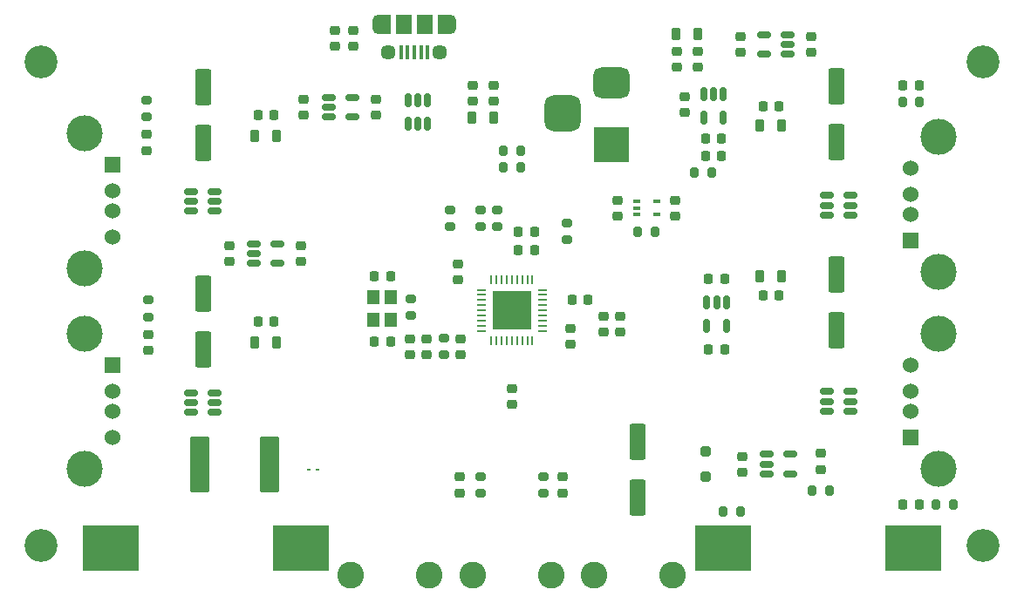
<source format=gbr>
%TF.GenerationSoftware,KiCad,Pcbnew,8.0.1-rc1*%
%TF.CreationDate,2024-04-25T22:15:10-05:00*%
%TF.ProjectId,USB-HUB,5553422d-4855-4422-9e6b-696361645f70,rev?*%
%TF.SameCoordinates,PXa983cd0PYa38e500*%
%TF.FileFunction,Soldermask,Top*%
%TF.FilePolarity,Negative*%
%FSLAX46Y46*%
G04 Gerber Fmt 4.6, Leading zero omitted, Abs format (unit mm)*
G04 Created by KiCad (PCBNEW 8.0.1-rc1) date 2024-04-25 22:15:10*
%MOMM*%
%LPD*%
G01*
G04 APERTURE LIST*
G04 Aperture macros list*
%AMRoundRect*
0 Rectangle with rounded corners*
0 $1 Rounding radius*
0 $2 $3 $4 $5 $6 $7 $8 $9 X,Y pos of 4 corners*
0 Add a 4 corners polygon primitive as box body*
4,1,4,$2,$3,$4,$5,$6,$7,$8,$9,$2,$3,0*
0 Add four circle primitives for the rounded corners*
1,1,$1+$1,$2,$3*
1,1,$1+$1,$4,$5*
1,1,$1+$1,$6,$7*
1,1,$1+$1,$8,$9*
0 Add four rect primitives between the rounded corners*
20,1,$1+$1,$2,$3,$4,$5,0*
20,1,$1+$1,$4,$5,$6,$7,0*
20,1,$1+$1,$6,$7,$8,$9,0*
20,1,$1+$1,$8,$9,$2,$3,0*%
G04 Aperture macros list end*
%ADD10RoundRect,0.225000X-0.225000X-0.250000X0.225000X-0.250000X0.225000X0.250000X-0.225000X0.250000X0*%
%ADD11RoundRect,0.250000X0.712500X2.475000X-0.712500X2.475000X-0.712500X-2.475000X0.712500X-2.475000X0*%
%ADD12RoundRect,0.200000X-0.200000X-0.275000X0.200000X-0.275000X0.200000X0.275000X-0.200000X0.275000X0*%
%ADD13RoundRect,0.218750X0.218750X0.381250X-0.218750X0.381250X-0.218750X-0.381250X0.218750X-0.381250X0*%
%ADD14RoundRect,0.225000X-0.250000X0.225000X-0.250000X-0.225000X0.250000X-0.225000X0.250000X0.225000X0*%
%ADD15RoundRect,0.200000X0.200000X0.275000X-0.200000X0.275000X-0.200000X-0.275000X0.200000X-0.275000X0*%
%ADD16R,5.500000X4.500000*%
%ADD17RoundRect,0.150000X0.512500X0.150000X-0.512500X0.150000X-0.512500X-0.150000X0.512500X-0.150000X0*%
%ADD18RoundRect,0.250000X-0.550000X1.500000X-0.550000X-1.500000X0.550000X-1.500000X0.550000X1.500000X0*%
%ADD19R,1.524000X1.524000*%
%ADD20C,1.524000*%
%ADD21C,3.500000*%
%ADD22RoundRect,0.225000X0.250000X-0.225000X0.250000X0.225000X-0.250000X0.225000X-0.250000X-0.225000X0*%
%ADD23RoundRect,0.218750X-0.218750X-0.256250X0.218750X-0.256250X0.218750X0.256250X-0.218750X0.256250X0*%
%ADD24C,3.200000*%
%ADD25RoundRect,0.225000X0.225000X0.250000X-0.225000X0.250000X-0.225000X-0.250000X0.225000X-0.250000X0*%
%ADD26RoundRect,0.150000X-0.150000X0.512500X-0.150000X-0.512500X0.150000X-0.512500X0.150000X0.512500X0*%
%ADD27C,2.600000*%
%ADD28RoundRect,0.218750X-0.218750X-0.381250X0.218750X-0.381250X0.218750X0.381250X-0.218750X0.381250X0*%
%ADD29RoundRect,0.200000X0.275000X-0.200000X0.275000X0.200000X-0.275000X0.200000X-0.275000X-0.200000X0*%
%ADD30RoundRect,0.218750X-0.256250X0.218750X-0.256250X-0.218750X0.256250X-0.218750X0.256250X0.218750X0*%
%ADD31RoundRect,0.150000X-0.512500X-0.150000X0.512500X-0.150000X0.512500X0.150000X-0.512500X0.150000X0*%
%ADD32RoundRect,0.218750X0.218750X0.256250X-0.218750X0.256250X-0.218750X-0.256250X0.218750X-0.256250X0*%
%ADD33RoundRect,0.200000X-0.275000X0.200000X-0.275000X-0.200000X0.275000X-0.200000X0.275000X0.200000X0*%
%ADD34RoundRect,0.062500X0.117500X0.062500X-0.117500X0.062500X-0.117500X-0.062500X0.117500X-0.062500X0*%
%ADD35RoundRect,0.250000X0.550000X-1.500000X0.550000X1.500000X-0.550000X1.500000X-0.550000X-1.500000X0*%
%ADD36R,0.650000X0.400000*%
%ADD37R,3.500000X3.500000*%
%ADD38RoundRect,0.750000X-1.000000X0.750000X-1.000000X-0.750000X1.000000X-0.750000X1.000000X0.750000X0*%
%ADD39RoundRect,0.875000X-0.875000X0.875000X-0.875000X-0.875000X0.875000X-0.875000X0.875000X0.875000X0*%
%ADD40RoundRect,0.150000X0.150000X-0.512500X0.150000X0.512500X-0.150000X0.512500X-0.150000X-0.512500X0*%
%ADD41R,0.400000X1.350000*%
%ADD42O,1.200000X1.900000*%
%ADD43R,1.200000X1.900000*%
%ADD44C,1.450000*%
%ADD45R,1.500000X1.900000*%
%ADD46RoundRect,0.250000X-0.250000X0.250000X-0.250000X-0.250000X0.250000X-0.250000X0.250000X0.250000X0*%
%ADD47R,1.200000X1.400000*%
%ADD48RoundRect,0.062500X0.062500X-0.350000X0.062500X0.350000X-0.062500X0.350000X-0.062500X-0.350000X0*%
%ADD49RoundRect,0.062500X0.350000X-0.062500X0.350000X0.062500X-0.350000X0.062500X-0.350000X-0.062500X0*%
%ADD50R,3.700000X3.700000*%
G04 APERTURE END LIST*
D10*
%TO.C,C31*%
X75221800Y29387800D03*
X76771800Y29387800D03*
%TD*%
D11*
%TO.C,F1*%
X27314300Y13004800D03*
X20539300Y13004800D03*
%TD*%
D12*
%TO.C,R15*%
X79997800Y10464800D03*
X81647800Y10464800D03*
%TD*%
D13*
%TO.C,FB3*%
X28037300Y24815800D03*
X25912300Y24815800D03*
%TD*%
D14*
%TO.C,C36*%
X66691300Y38654800D03*
X66691300Y37104800D03*
%TD*%
D15*
%TO.C,R13*%
X51675800Y43484800D03*
X50025800Y43484800D03*
%TD*%
D14*
%TO.C,C37*%
X61103300Y38654800D03*
X61103300Y37104800D03*
%TD*%
D16*
%TO.C,SW1*%
X11886800Y4876800D03*
X30386800Y4876800D03*
%TD*%
D14*
%TO.C,C21*%
X37642800Y48450800D03*
X37642800Y46900800D03*
%TD*%
D17*
%TO.C,D8*%
X22016300Y18023800D03*
X22016300Y18973800D03*
X22016300Y19923800D03*
X19741300Y19923800D03*
X19741300Y18973800D03*
X19741300Y18023800D03*
%TD*%
D18*
%TO.C,C32*%
X82346800Y31452800D03*
X82346800Y26052800D03*
%TD*%
D19*
%TO.C,J3*%
X12128300Y22600800D03*
D20*
X12128300Y20100800D03*
X12128300Y18100800D03*
X12128300Y15600800D03*
D21*
X9418300Y25670800D03*
X9418300Y12530800D03*
%TD*%
D22*
%TO.C,C28*%
X73075800Y52996800D03*
X73075800Y54546800D03*
%TD*%
D23*
%TO.C,D1*%
X69621300Y42976800D03*
X71196300Y42976800D03*
%TD*%
D14*
%TO.C,C40*%
X80822800Y14046800D03*
X80822800Y12496800D03*
%TD*%
D15*
%TO.C,R16*%
X73011800Y8432800D03*
X71361800Y8432800D03*
%TD*%
%TO.C,R11*%
X93687300Y9067800D03*
X92037300Y9067800D03*
%TD*%
D24*
%TO.C,H1*%
X5130800Y52120800D03*
%TD*%
D25*
%TO.C,C1*%
X39052800Y24942800D03*
X37502800Y24942800D03*
%TD*%
D22*
%TO.C,C2*%
X67614800Y47154800D03*
X67614800Y48704800D03*
%TD*%
D26*
%TO.C,U1*%
X71358800Y48940300D03*
X70408800Y48940300D03*
X69458800Y48940300D03*
X69458800Y46665300D03*
X71358800Y46665300D03*
%TD*%
D12*
%TO.C,R12*%
X88760800Y48183800D03*
X90410800Y48183800D03*
%TD*%
D17*
%TO.C,LS4*%
X77642300Y52821800D03*
X77642300Y53771800D03*
X77642300Y54721800D03*
X75367300Y54721800D03*
X75367300Y52821800D03*
%TD*%
D22*
%TO.C,C10*%
X45643800Y30898800D03*
X45643800Y32448800D03*
%TD*%
D14*
%TO.C,C14*%
X42595800Y25209800D03*
X42595800Y23659800D03*
%TD*%
%TO.C,C35*%
X33705800Y55181800D03*
X33705800Y53631800D03*
%TD*%
D22*
%TO.C,C9*%
X56565800Y24675800D03*
X56565800Y26225800D03*
%TD*%
D27*
%TO.C,TP3*%
X47040800Y2209800D03*
X54660800Y2209800D03*
%TD*%
D10*
%TO.C,C7*%
X51472800Y35610800D03*
X53022800Y35610800D03*
%TD*%
D28*
%TO.C,FB5*%
X74934300Y45897800D03*
X77059300Y45897800D03*
%TD*%
D29*
%TO.C,R18*%
X47802800Y10147800D03*
X47802800Y11797800D03*
%TD*%
D30*
%TO.C,D4*%
X15417800Y45034300D03*
X15417800Y43459300D03*
%TD*%
D22*
%TO.C,C27*%
X79933800Y52996800D03*
X79933800Y54546800D03*
%TD*%
D12*
%TO.C,R14*%
X50025800Y41833800D03*
X51675800Y41833800D03*
%TD*%
D28*
%TO.C,FB4*%
X74934300Y31292800D03*
X77059300Y31292800D03*
%TD*%
D31*
%TO.C,LS2*%
X25837300Y34401800D03*
X25837300Y33451800D03*
X25837300Y32501800D03*
X28112300Y32501800D03*
X28112300Y34401800D03*
%TD*%
D14*
%TO.C,C6*%
X68884800Y53149800D03*
X68884800Y51599800D03*
%TD*%
D32*
%TO.C,D6*%
X90373300Y9067800D03*
X88798300Y9067800D03*
%TD*%
D25*
%TO.C,C3*%
X71183800Y44627800D03*
X69633800Y44627800D03*
%TD*%
D18*
%TO.C,C34*%
X82346800Y49707800D03*
X82346800Y44307800D03*
%TD*%
D33*
%TO.C,R8*%
X41071800Y29069800D03*
X41071800Y27419800D03*
%TD*%
D30*
%TO.C,D14*%
X45770800Y11760300D03*
X45770800Y10185300D03*
%TD*%
D25*
%TO.C,C26*%
X71498800Y24175300D03*
X69948800Y24175300D03*
%TD*%
D16*
%TO.C,SW2*%
X71322800Y4876800D03*
X89822800Y4876800D03*
%TD*%
D34*
%TO.C,D12*%
X31126800Y12496800D03*
X31966800Y12496800D03*
%TD*%
D25*
%TO.C,C25*%
X71498800Y31033300D03*
X69948800Y31033300D03*
%TD*%
D19*
%TO.C,J4*%
X89585800Y15600800D03*
D20*
X89585800Y18100800D03*
X89585800Y20100800D03*
X89585800Y22600800D03*
D21*
X92295800Y12530800D03*
X92295800Y25670800D03*
%TD*%
D29*
%TO.C,R17*%
X53898800Y10147800D03*
X53898800Y11797800D03*
%TD*%
D35*
%TO.C,C30*%
X20878800Y24147800D03*
X20878800Y29547800D03*
%TD*%
D14*
%TO.C,C16*%
X61391800Y27368800D03*
X61391800Y25818800D03*
%TD*%
D36*
%TO.C,LS5*%
X62981800Y38546800D03*
X62981800Y37896800D03*
X62981800Y37246800D03*
X64881800Y37246800D03*
X64881800Y38546800D03*
%TD*%
D19*
%TO.C,J2*%
X12128300Y42090800D03*
D20*
X12128300Y39590800D03*
X12128300Y37590800D03*
X12128300Y35090800D03*
D21*
X9418300Y45160800D03*
X9418300Y32020800D03*
%TD*%
D22*
%TO.C,C39*%
X49072800Y48297800D03*
X49072800Y49847800D03*
%TD*%
D33*
%TO.C,R10*%
X15544800Y28942800D03*
X15544800Y27292800D03*
%TD*%
D14*
%TO.C,C17*%
X59740800Y27368800D03*
X59740800Y25818800D03*
%TD*%
D33*
%TO.C,R5*%
X56184800Y36435800D03*
X56184800Y34785800D03*
%TD*%
%TO.C,R6*%
X44881800Y37705800D03*
X44881800Y36055800D03*
%TD*%
D31*
%TO.C,LS1*%
X33076300Y48625800D03*
X33076300Y47675800D03*
X33076300Y46725800D03*
X35351300Y46725800D03*
X35351300Y48625800D03*
%TD*%
D14*
%TO.C,C4*%
X35483800Y55181800D03*
X35483800Y53631800D03*
%TD*%
D37*
%TO.C,J6*%
X60502800Y44088800D03*
D38*
X60502800Y50088800D03*
D39*
X55802800Y47088800D03*
%TD*%
D22*
%TO.C,C38*%
X47040800Y48297800D03*
X47040800Y49847800D03*
%TD*%
D14*
%TO.C,C15*%
X40944800Y25209800D03*
X40944800Y23659800D03*
%TD*%
D33*
%TO.C,R7*%
X47802800Y37705800D03*
X47802800Y36055800D03*
%TD*%
D28*
%TO.C,FB6*%
X46994300Y46659800D03*
X49119300Y46659800D03*
%TD*%
D33*
%TO.C,R3*%
X49453800Y37705800D03*
X49453800Y36055800D03*
%TD*%
%TO.C,R4*%
X44246800Y25259800D03*
X44246800Y23609800D03*
%TD*%
D24*
%TO.C,H4*%
X96570800Y5130800D03*
%TD*%
D25*
%TO.C,C19*%
X27749800Y46913800D03*
X26199800Y46913800D03*
%TD*%
D14*
%TO.C,C8*%
X50850800Y20383800D03*
X50850800Y18833800D03*
%TD*%
D25*
%TO.C,C29*%
X27749800Y26847800D03*
X26199800Y26847800D03*
%TD*%
D15*
%TO.C,R1*%
X70217800Y41325800D03*
X68567800Y41325800D03*
%TD*%
D35*
%TO.C,C20*%
X20878800Y44213800D03*
X20878800Y49613800D03*
%TD*%
D17*
%TO.C,D3*%
X22016300Y37581800D03*
X22016300Y38531800D03*
X22016300Y39481800D03*
X19741300Y39481800D03*
X19741300Y38531800D03*
X19741300Y37581800D03*
%TD*%
D30*
%TO.C,D13*%
X55732800Y11760300D03*
X55732800Y10185300D03*
%TD*%
D14*
%TO.C,C42*%
X73202800Y13779800D03*
X73202800Y12229800D03*
%TD*%
D33*
%TO.C,R9*%
X15417800Y48373800D03*
X15417800Y46723800D03*
%TD*%
D31*
%TO.C,D9*%
X81463300Y20050800D03*
X81463300Y19100800D03*
X81463300Y18150800D03*
X83738300Y18150800D03*
X83738300Y19100800D03*
X83738300Y20050800D03*
%TD*%
D10*
%TO.C,C33*%
X75221800Y47802800D03*
X76771800Y47802800D03*
%TD*%
D27*
%TO.C,TP1*%
X58851800Y2209800D03*
X66471800Y2209800D03*
%TD*%
D24*
%TO.C,H2*%
X5130800Y5130800D03*
%TD*%
D40*
%TO.C,D2*%
X40756800Y46091800D03*
X41706800Y46091800D03*
X42656800Y46091800D03*
X42656800Y48366800D03*
X41706800Y48366800D03*
X40756800Y48366800D03*
%TD*%
D30*
%TO.C,D5*%
X15544800Y25603300D03*
X15544800Y24028300D03*
%TD*%
D14*
%TO.C,C5*%
X66852800Y53149800D03*
X66852800Y51599800D03*
%TD*%
D19*
%TO.C,J5*%
X89585800Y34743000D03*
D20*
X89585800Y37243000D03*
X89585800Y39243000D03*
X89585800Y41743000D03*
D21*
X92295800Y31673000D03*
X92295800Y44813000D03*
%TD*%
D10*
%TO.C,C12*%
X56679800Y29006800D03*
X58229800Y29006800D03*
%TD*%
D31*
%TO.C,D10*%
X81463300Y39100800D03*
X81463300Y38150800D03*
X81463300Y37200800D03*
X83738300Y37200800D03*
X83738300Y38150800D03*
X83738300Y39100800D03*
%TD*%
D14*
%TO.C,C11*%
X45897800Y25209800D03*
X45897800Y23659800D03*
%TD*%
%TO.C,C24*%
X30403800Y34226800D03*
X30403800Y32676800D03*
%TD*%
%TO.C,C23*%
X23418800Y34226800D03*
X23418800Y32676800D03*
%TD*%
D10*
%TO.C,C13*%
X51472800Y33832800D03*
X53022800Y33832800D03*
%TD*%
D28*
%TO.C,FB1*%
X66806300Y54787800D03*
X68931300Y54787800D03*
%TD*%
D12*
%TO.C,R2*%
X63072300Y35593800D03*
X64722300Y35593800D03*
%TD*%
D10*
%TO.C,C18*%
X37502800Y31292800D03*
X39052800Y31292800D03*
%TD*%
D14*
%TO.C,C22*%
X30657800Y48450800D03*
X30657800Y46900800D03*
%TD*%
D32*
%TO.C,D7*%
X90373300Y49834800D03*
X88798300Y49834800D03*
%TD*%
D41*
%TO.C,J1*%
X42676600Y53045900D03*
X42026600Y53045900D03*
X41376600Y53045900D03*
X40726600Y53045900D03*
X40076600Y53045900D03*
D42*
X44876600Y55745900D03*
D43*
X44276600Y55745900D03*
D44*
X43876600Y53045900D03*
D45*
X42376600Y55745900D03*
X40376600Y55745900D03*
D44*
X38876600Y53045900D03*
D43*
X38476600Y55745900D03*
D42*
X37876600Y55745900D03*
%TD*%
D35*
%TO.C,C41*%
X63042800Y9796800D03*
X63042800Y15196800D03*
%TD*%
D13*
%TO.C,FB2*%
X28037300Y44881800D03*
X25912300Y44881800D03*
%TD*%
D46*
%TO.C,D11*%
X69646800Y14254800D03*
X69646800Y11754800D03*
%TD*%
D27*
%TO.C,TP2*%
X35229800Y2209800D03*
X42849800Y2209800D03*
%TD*%
D47*
%TO.C,X1*%
X37427800Y29217800D03*
X37427800Y27017800D03*
X39127800Y27017800D03*
X39127800Y29217800D03*
%TD*%
D48*
%TO.C,U2*%
X48850800Y25013300D03*
X49350800Y25013300D03*
X49850800Y25013300D03*
X50350800Y25013300D03*
X50850800Y25013300D03*
X51350800Y25013300D03*
X51850800Y25013300D03*
X52350800Y25013300D03*
X52850800Y25013300D03*
D49*
X53788300Y25950800D03*
X53788300Y26450800D03*
X53788300Y26950800D03*
X53788300Y27450800D03*
X53788300Y27950800D03*
X53788300Y28450800D03*
X53788300Y28950800D03*
X53788300Y29450800D03*
X53788300Y29950800D03*
D48*
X52850800Y30888300D03*
X52350800Y30888300D03*
X51850800Y30888300D03*
X51350800Y30888300D03*
X50850800Y30888300D03*
X50350800Y30888300D03*
X49850800Y30888300D03*
X49350800Y30888300D03*
X48850800Y30888300D03*
D49*
X47913300Y29950800D03*
X47913300Y29450800D03*
X47913300Y28950800D03*
X47913300Y28450800D03*
X47913300Y27950800D03*
X47913300Y27450800D03*
X47913300Y26950800D03*
X47913300Y26450800D03*
X47913300Y25950800D03*
D50*
X50850800Y27950800D03*
%TD*%
D31*
%TO.C,LS6*%
X75621300Y13954800D03*
X75621300Y13004800D03*
X75621300Y12054800D03*
X77896300Y12054800D03*
X77896300Y13954800D03*
%TD*%
D24*
%TO.C,H3*%
X96570800Y52120800D03*
%TD*%
D26*
%TO.C,LS3*%
X71673800Y28741800D03*
X70723800Y28741800D03*
X69773800Y28741800D03*
X69773800Y26466800D03*
X71673800Y26466800D03*
%TD*%
M02*

</source>
